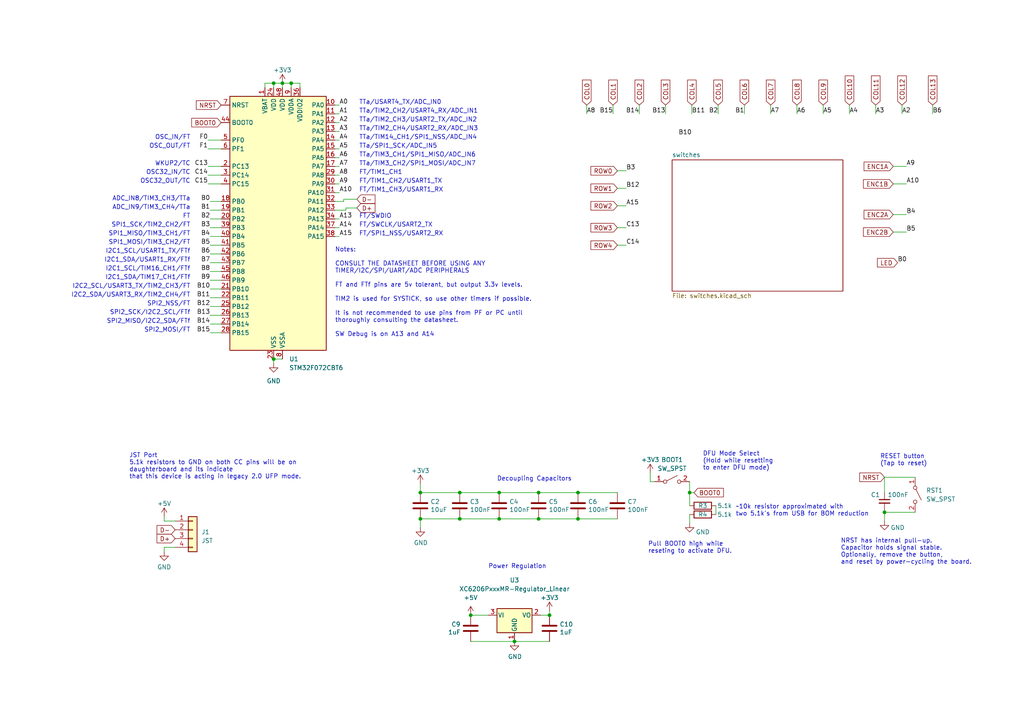
<source format=kicad_sch>
(kicad_sch (version 20231120) (generator "eeschema") (generator_version "8.0")
  (paper "A4")
  (lib_symbols
    (symbol "+5V_1" (power) (pin_names (offset 0))
      (property "Value" "+5V_1" (at 0 3.556 0))
      (symbol "+5V_1_0_1"
        (polyline (pts (xy -0.762 1.27) (xy 0 2.54)))
        (polyline (pts (xy 0 0) (xy 0 2.54)))
        (polyline (pts (xy 0 2.54) (xy 0.762 1.27)))
      )
      (symbol "+5V_1_1_1"
        (pin power_in line (at 0 0 90) (length 0) hide (name "+5V") (number "1"))
      )
    )
    (symbol "+5V_2" (power) (pin_numbers hide) (pin_names (offset 0) hide)
      (property "Value" "+5V" (at 0 3.556 0))
      (symbol "+5V_2_0_1"
        (polyline (pts (xy -0.762 1.27) (xy 0 2.54)))
        (polyline (pts (xy 0 0) (xy 0 2.54)))
        (polyline (pts (xy 0 2.54) (xy 0.762 1.27)))
      )
      (symbol "+5V_2_1_1"
        (pin power_in line (at 0 0 90) (length 0) (name "~") (number "1"))
      )
    )
    (symbol "Connector_Generic:Conn_01x04" (pin_names (offset 1.016) hide)
      (property "Reference" "J" (at 0 5.08 0))
      (property "Value" "Conn_01x04" (at 0 -7.62 0))
      (symbol "Conn_01x04_1_1"
        (rectangle (start -1.27 -4.953) (end 0 -5.207) (stroke (width 0.1524)))
        (rectangle (start -1.27 -2.413) (end 0 -2.667) (stroke (width 0.1524)))
        (rectangle (start -1.27 0.127) (end 0 -0.127) (stroke (width 0.1524)))
        (rectangle (start -1.27 2.667) (end 0 2.413) (stroke (width 0.1524)))
        (rectangle (start -1.27 3.81) (end 1.27 -6.35) (stroke (width 0.254)) (fill (type background)))
        (pin passive line (at -5.08 2.54 0) (length 3.81) (name "Pin_1") (number "1"))
        (pin passive line (at -5.08 0 0) (length 3.81) (name "Pin_2") (number "2"))
        (pin passive line (at -5.08 -2.54 0) (length 3.81) (name "Pin_3") (number "3"))
        (pin passive line (at -5.08 -5.08 0) (length 3.81) (name "Pin_4") (number "4"))
      )
    )
    (symbol "Device:C" (pin_numbers hide) (pin_names (offset 0.254))
      (property "Reference" "C" (at 0.635 2.54 0))
      (property "Value" "C" (at 0.635 -2.54 0))
      (symbol "C_0_1"
        (polyline (pts (xy -2.032 -0.762) (xy 2.032 -0.762)) (stroke (width 0.508)))
        (polyline (pts (xy -2.032 0.762) (xy 2.032 0.762)) (stroke (width 0.508)))
      )
      (symbol "C_1_1"
        (pin passive line (at 0 3.81 270) (length 2.794) (name "~") (number "1"))
        (pin passive line (at 0 -3.81 90) (length 2.794) (name "~") (number "2"))
      )
    )
    (symbol "Device:C_Small" (pin_numbers hide) (pin_names (offset 0.254) hide)
      (property "Reference" "C" (at 0.254 1.778 0))
      (property "Value" "C_Small" (at 0.254 -2.032 0))
      (symbol "C_Small_0_1"
        (polyline (pts (xy -1.524 -0.508) (xy 1.524 -0.508)) (stroke (width 0.3302)))
        (polyline (pts (xy -1.524 0.508) (xy 1.524 0.508)) (stroke (width 0.3048)))
      )
      (symbol "C_Small_1_1"
        (pin passive line (at 0 2.54 270) (length 2.032) (name "~") (number "1"))
        (pin passive line (at 0 -2.54 90) (length 2.032) (name "~") (number "2"))
      )
    )
    (symbol "Device:R" (pin_numbers hide) (pin_names (offset 0))
      (property "Reference" "R" (at 2.032 0 90))
      (property "Value" "R" (at 0 0 90))
      (symbol "R_0_1"
        (rectangle (start -1.016 -2.54) (end 1.016 2.54) (stroke (width 0.254)))
      )
      (symbol "R_1_1"
        (pin passive line (at 0 3.81 270) (length 1.27) (name "~") (number "1"))
        (pin passive line (at 0 -3.81 90) (length 1.27) (name "~") (number "2"))
      )
    )
    (symbol "Device:R_Small" (pin_numbers hide) (pin_names (offset 0.254) hide)
      (property "Reference" "R" (at 0.762 0.508 0))
      (property "Value" "R_Small" (at 0.762 -1.016 0))
      (symbol "R_Small_0_1"
        (rectangle (start -0.762 1.778) (end 0.762 -1.778) (stroke (width 0.2032)))
      )
      (symbol "R_Small_1_1"
        (pin passive line (at 0 2.54 270) (length 0.762) (name "~") (number "1"))
        (pin passive line (at 0 -2.54 90) (length 0.762) (name "~") (number "2"))
      )
    )
    (symbol "GND_1" (power) (pin_numbers hide) (pin_names (offset 0) hide)
      (property "Value" "GND" (at 0 -3.81 0))
      (symbol "GND_1_0_1"
        (polyline (pts (xy 0 0) (xy 0 -1.27) (xy 1.27 -1.27) (xy 0 -2.54) (xy -1.27 -1.27) (xy 0 -1.27)))
      )
      (symbol "GND_1_1_1"
        (pin power_in line (at 0 0 270) (length 0) (name "~") (number "1"))
      )
    )
    (symbol "MCU_ST_STM32F0:STM32F072CBTx"
      (property "Reference" "U" (at -12.7 39.37 0))
      (property "Value" "STM32F072CBTx" (at 10.16 39.37 0))
      (symbol "STM32F072CBTx_0_1"
        (rectangle (start -12.7 -35.56) (end 15.24 38.1) (stroke (width 0.254)) (fill (type background)))
      )
      (symbol "STM32F072CBTx_1_1"
        (pin power_in line (at -2.54 40.64 270) (length 2.54) (name "VBAT") (number "1"))
        (pin bidirectional line (at 17.78 35.56 180) (length 2.54) (name "PA0") (number "10"))
        (pin bidirectional line (at 17.78 33.02 180) (length 2.54) (name "PA1") (number "11"))
        (pin bidirectional line (at 17.78 30.48 180) (length 2.54) (name "PA2") (number "12"))
        (pin bidirectional line (at 17.78 27.94 180) (length 2.54) (name "PA3") (number "13"))
        (pin bidirectional line (at 17.78 25.4 180) (length 2.54) (name "PA4") (number "14"))
        (pin bidirectional line (at 17.78 22.86 180) (length 2.54) (name "PA5") (number "15"))
        (pin bidirectional line (at 17.78 20.32 180) (length 2.54) (name "PA6") (number "16"))
        (pin bidirectional line (at 17.78 17.78 180) (length 2.54) (name "PA7") (number "17"))
        (pin bidirectional line (at -15.24 7.62 0) (length 2.54) (name "PB0") (number "18"))
        (pin bidirectional line (at -15.24 5.08 0) (length 2.54) (name "PB1") (number "19"))
        (pin bidirectional line (at -15.24 17.78 0) (length 2.54) (name "PC13") (number "2"))
        (pin bidirectional line (at -15.24 2.54 0) (length 2.54) (name "PB2") (number "20"))
        (pin bidirectional line (at -15.24 -17.78 0) (length 2.54) (name "PB10") (number "21"))
        (pin bidirectional line (at -15.24 -20.32 0) (length 2.54) (name "PB11") (number "22"))
        (pin power_in line (at 0 -38.1 90) (length 2.54) (name "VSS") (number "23"))
        (pin power_in line (at 0 40.64 270) (length 2.54) (name "VDD") (number "24"))
        (pin bidirectional line (at -15.24 -22.86 0) (length 2.54) (name "PB12") (number "25"))
        (pin bidirectional line (at -15.24 -25.4 0) (length 2.54) (name "PB13") (number "26"))
        (pin bidirectional line (at -15.24 -27.94 0) (length 2.54) (name "PB14") (number "27"))
        (pin bidirectional line (at -15.24 -30.48 0) (length 2.54) (name "PB15") (number "28"))
        (pin bidirectional line (at 17.78 15.24 180) (length 2.54) (name "PA8") (number "29"))
        (pin bidirectional line (at -15.24 15.24 0) (length 2.54) (name "PC14") (number "3"))
        (pin bidirectional line (at 17.78 12.7 180) (length 2.54) (name "PA9") (number "30"))
        (pin bidirectional line (at 17.78 10.16 180) (length 2.54) (name "PA10") (number "31"))
        (pin bidirectional line (at 17.78 7.62 180) (length 2.54) (name "PA11") (number "32"))
        (pin bidirectional line (at 17.78 5.08 180) (length 2.54) (name "PA12") (number "33"))
        (pin bidirectional line (at 17.78 2.54 180) (length 2.54) (name "PA13") (number "34"))
        (pin passive line (at 0 -38.1 90) (length 2.54) hide (name "VSS") (number "35"))
        (pin power_in line (at 7.62 40.64 270) (length 2.54) (name "VDDIO2") (number "36"))
        (pin bidirectional line (at 17.78 0 180) (length 2.54) (name "PA14") (number "37"))
        (pin bidirectional line (at 17.78 -2.54 180) (length 2.54) (name "PA15") (number "38"))
        (pin bidirectional line (at -15.24 0 0) (length 2.54) (name "PB3") (number "39"))
        (pin bidirectional line (at -15.24 12.7 0) (length 2.54) (name "PC15") (number "4"))
        (pin bidirectional line (at -15.24 -2.54 0) (length 2.54) (name "PB4") (number "40"))
        (pin bidirectional line (at -15.24 -5.08 0) (length 2.54) (name "PB5") (number "41"))
        (pin bidirectional line (at -15.24 -7.62 0) (length 2.54) (name "PB6") (number "42"))
        (pin bidirectional line (at -15.24 -10.16 0) (length 2.54) (name "PB7") (number "43"))
        (pin input line (at -15.24 30.48 0) (length 2.54) (name "BOOT0") (number "44"))
        (pin bidirectional line (at -15.24 -12.7 0) (length 2.54) (name "PB8") (number "45"))
        (pin bidirectional line (at -15.24 -15.24 0) (length 2.54) (name "PB9") (number "46"))
        (pin passive line (at 0 -38.1 90) (length 2.54) hide (name "VSS") (number "47"))
        (pin power_in line (at 2.54 40.64 270) (length 2.54) (name "VDD") (number "48"))
        (pin bidirectional line (at -15.24 25.4 0) (length 2.54) (name "PF0") (number "5"))
        (pin bidirectional line (at -15.24 22.86 0) (length 2.54) (name "PF1") (number "6"))
        (pin input line (at -15.24 35.56 0) (length 2.54) (name "NRST") (number "7"))
        (pin power_in line (at 2.54 -38.1 90) (length 2.54) (name "VSSA") (number "8"))
        (pin power_in line (at 5.08 40.64 270) (length 2.54) (name "VDDA") (number "9"))
      )
    )
    (symbol "PCM_marbastlib-mx:MX_SK6812MINI-E"
      (property "Reference" "LED" (at 3.175 6.35 0))
      (property "Value" "MX_SK6812MINI-E" (at 10.16 -6.985 0))
      (symbol "MX_SK6812MINI-E_0_0"
        (text "RGB" (at 2.286 -4.191 0) (effects (font (size 0.762 0.762))))
      )
      (symbol "MX_SK6812MINI-E_0_1"
        (rectangle (start -5.08 5.08) (end 5.08 -5.08) (stroke (width 0.254)) (fill (type background)))
        (polyline (pts (xy 1.27 -3.556) (xy 1.778 -3.556)))
        (polyline (pts (xy 1.27 -2.54) (xy 1.778 -2.54)))
        (polyline (pts (xy 4.699 -3.556) (xy 2.667 -3.556)))
        (polyline (pts (xy 2.286 -2.54) (xy 1.27 -3.556) (xy 1.27 -3.048)))
        (polyline (pts (xy 2.286 -1.524) (xy 1.27 -2.54) (xy 1.27 -2.032)))
        (polyline (pts (xy 3.683 -1.016) (xy 3.683 -3.556) (xy 3.683 -4.064)))
        (polyline (pts (xy 4.699 -1.524) (xy 2.667 -1.524) (xy 3.683 -3.556) (xy 4.699 -1.524)))
      )
      (symbol "MX_SK6812MINI-E_1_1"
        (pin power_in line (at 0 7.62 270) (length 2.54) (name "VDD") (number "1"))
        (pin output line (at 7.62 0 180) (length 2.54) (name "DOUT") (number "2"))
        (pin input line (at -7.62 0 0) (length 2.54) (name "DIN") (number "3"))
        (pin power_in line (at 0 -7.62 90) (length 2.54) (name "VSS") (number "4"))
      )
    )
    (symbol "Switch:SW_SPST" (pin_names (offset 0) hide)
      (property "Reference" "SW" (at 0 3.175 0))
      (property "Value" "SW_SPST" (at 0 -2.54 0))
      (symbol "SW_SPST_0_0"
        (circle (center -2.032 0) (radius 0.508))
        (polyline (pts (xy -1.524 0.254) (xy 1.524 1.778)))
        (circle (center 2.032 0) (radius 0.508))
      )
      (symbol "SW_SPST_1_1"
        (pin passive line (at -5.08 0 0) (length 2.54) (name "A") (number "1"))
        (pin passive line (at 5.08 0 180) (length 2.54) (name "B") (number "2"))
      )
    )
    (symbol "kicad-keyboard-parts:XC6206PxxxMR-Regulator_Linear" (pin_names (offset 0.254))
      (property "Reference" "U" (at -3.81 3.175 0))
      (property "Value" "XC6206PxxxMR-Regulator_Linear" (at 0 3.175 0))
      (property "LCSC" "C5446" (at 0 0 0))
      (symbol "XC6206PxxxMR-Regulator_Linear_0_1"
        (rectangle (start -5.08 1.905) (end 5.08 -5.08) (stroke (width 0.254)) (fill (type background)))
      )
      (symbol "XC6206PxxxMR-Regulator_Linear_1_1"
        (pin power_in line (at 0 -7.62 90) (length 2.54) (name "GND") (number "1"))
        (pin power_out line (at 7.62 0 180) (length 2.54) (name "VO") (number "2"))
        (pin power_in line (at -7.62 0 0) (length 2.54) (name "VI") (number "3"))
      )
    )
    (symbol "power:+3V3" (power) (pin_names (offset 0))
      (property "Value" "+3V3" (at 0 3.556 0))
      (symbol "+3V3_0_1"
        (polyline (pts (xy -0.762 1.27) (xy 0 2.54)))
        (polyline (pts (xy 0 0) (xy 0 2.54)))
        (polyline (pts (xy 0 2.54) (xy 0.762 1.27)))
      )
      (symbol "+3V3_1_1"
        (pin power_in line (at 0 0 90) (length 0) hide (name "+3V3") (number "1"))
      )
    )
    (symbol "power:+5V" (power) (pin_names (offset 0))
      (property "Value" "+5V" (at 0 3.556 0))
      (symbol "+5V_0_1"
        (polyline (pts (xy -0.762 1.27) (xy 0 2.54)))
        (polyline (pts (xy 0 0) (xy 0 2.54)))
        (polyline (pts (xy 0 2.54) (xy 0.762 1.27)))
      )
      (symbol "+5V_1_1"
        (pin power_in line (at 0 0 90) (length 0) hide (name "+5V") (number "1"))
      )
    )
    (symbol "power:GND" (power) (pin_names (offset 0))
      (property "Value" "GND" (at 0 -3.81 0))
      (symbol "GND_0_1"
        (polyline (pts (xy 0 0) (xy 0 -1.27) (xy 1.27 -1.27) (xy 0 -2.54) (xy -1.27 -1.27) (xy 0 -1.27)))
      )
      (symbol "GND_1_1"
        (pin power_in line (at 0 0 270) (length 0) hide (name "GND") (number "1"))
      )
    )
  )
  (junction (at 369.57 111.76))
  (junction (at 369.57 106.68))
  (junction (at 200.025 142.875))
  (junction (at 353.06 106.68))
  (junction (at 443.23 53.34))
  (junction (at 81.915 24.13))
  (junction (at 354.33 53.34))
  (junction (at 331.47 45.72))
  (junction (at 336.55 106.68))
  (junction (at 398.78 38.1))
  (junction (at 464.82 53.34))
  (junction (at 487.68 53.34))
  (junction (at 398.78 53.34))
  (junction (at 159.385 178.435))
  (junction (at 375.92 38.1))
  (junction (at 79.375 24.13))
  (junction (at 411.48 111.76))
  (junction (at 420.37 53.34))
  (junction (at 361.95 106.68))
  (junction (at 420.37 38.1))
  (junction (at 156.21 150.495))
  (junction (at 552.45 53.34))
  (junction (at 552.45 38.1))
  (junction (at 136.525 178.435))
  (junction (at 509.27 53.34))
  (junction (at 336.55 111.76))
  (junction (at 156.21 142.875))
  (junction (at 487.68 38.1))
  (junction (at 572.77 53.34))
  (junction (at 443.23 38.1))
  (junction (at 121.92 150.495))
  (junction (at 149.225 186.055) (diameter 0.9144))
  (junction (at 419.1 106.68))
  (junction (at 256.54 148.59))
  (junction (at 121.92 142.875))
  (junction (at 79.375 104.14))
  (junction (at 386.08 106.68))
  (junction (at 464.82 38.1))
  (junction (at 532.13 38.1))
  (junction (at 345.44 106.68))
  (junction (at 144.78 150.495))
  (junction (at 133.35 150.495))
  (junction (at 572.77 38.1))
  (junction (at 345.44 111.76))
  (junction (at 167.64 150.495))
  (junction (at 167.64 142.875))
  (junction (at 402.59 106.68))
  (junction (at 419.1 111.76))
  (junction (at 386.08 111.76))
  (junction (at 378.46 111.76))
  (junction (at 394.97 106.68))
  (junction (at 144.78 142.875))
  (junction (at 411.48 106.68))
  (junction (at 354.33 38.1))
  (junction (at 353.06 111.76))
  (junction (at 394.97 111.76))
  (junction (at 361.95 111.76))
  (junction (at 509.27 38.1))
  (junction (at 402.59 111.76))
  (junction (at 378.46 106.68))
  (junction (at 532.13 53.34))
  (junction (at 375.92 53.34))
  (junction (at 133.35 142.875))
  (junction (at 84.455 24.13))
  (wire (pts (xy 185.42 30.48) (xy 185.42 33.02)))
  (wire (pts (xy 330.2 111.76) (xy 336.55 111.76)))
  (wire (pts (xy 167.64 150.495) (xy 179.07 150.495)))
  (wire (pts (xy 532.13 38.1) (xy 552.45 38.1)))
  (wire (pts (xy 331.47 44.45) (xy 331.47 45.72)))
  (wire (pts (xy 375.92 38.1) (xy 398.78 38.1)))
  (wire (pts (xy 419.1 111.76) (xy 427.99 111.76)))
  (wire (pts (xy 60.96 76.2) (xy 64.135 76.2)))
  (wire (pts (xy 386.08 106.68) (xy 394.97 106.68)))
  (wire (pts (xy 539.75 45.72) (xy 544.83 45.72)))
  (wire (pts (xy 98.425 40.64) (xy 97.155 40.64)))
  (wire (pts (xy 238.76 30.48) (xy 238.76 33.02)))
  (wire (pts (xy 427.99 45.72) (xy 435.61 45.72)))
  (wire (pts (xy 378.46 111.76) (xy 386.08 111.76)))
  (wire (pts (xy 60.96 60.96) (xy 64.135 60.96)))
  (wire (pts (xy 86.995 24.13) (xy 86.995 25.4)))
  (wire (pts (xy 369.57 106.68) (xy 378.46 106.68)))
  (wire (pts (xy 495.3 45.72) (xy 501.65 45.72)))
  (wire (pts (xy 346.71 45.72) (xy 331.47 45.72)))
  (wire (pts (xy 98.425 53.34) (xy 97.155 53.34)))
  (wire (pts (xy 516.89 45.72) (xy 524.51 45.72)))
  (wire (pts (xy 215.9 30.48) (xy 215.9 33.02)))
  (wire (pts (xy 144.78 150.495) (xy 133.35 150.495)))
  (wire (pts (xy 354.33 53.34) (xy 375.92 53.34)))
  (wire (pts (xy 179.07 66.04) (xy 181.61 66.04)))
  (wire (pts (xy 98.425 48.26) (xy 97.155 48.26)))
  (wire (pts (xy 189.865 139.7) (xy 188.595 139.7)))
  (wire (pts (xy 398.78 53.34) (xy 420.37 53.34)))
  (wire (pts (xy 84.455 24.13) (xy 84.455 25.4)))
  (wire (pts (xy 98.425 35.56) (xy 97.155 35.56)))
  (wire (pts (xy 144.78 142.875) (xy 133.35 142.875)))
  (wire (pts (xy 60.96 63.5) (xy 64.135 63.5)))
  (wire (pts (xy 472.44 45.72) (xy 480.06 45.72)))
  (wire (pts (xy 84.455 24.13) (xy 86.995 24.13)))
  (wire (pts (xy 200.025 142.875) (xy 201.295 142.875)))
  (wire (pts (xy 60.96 78.74) (xy 64.135 78.74)))
  (wire (pts (xy 79.375 24.13) (xy 79.375 25.4)))
  (wire (pts (xy 394.97 111.76) (xy 402.59 111.76)))
  (wire (pts (xy 336.55 106.68) (xy 345.44 106.68)))
  (wire (pts (xy 353.06 111.76) (xy 361.95 111.76)))
  (wire (pts (xy 149.225 186.055) (xy 159.385 186.055)))
  (wire (pts (xy 509.27 53.34) (xy 532.13 53.34)))
  (wire (pts (xy 60.96 93.98) (xy 64.135 93.98)))
  (wire (pts (xy 79.375 105.41) (xy 79.375 104.14)))
  (wire (pts (xy 60.96 83.82) (xy 64.135 83.82)))
  (wire (pts (xy 208.28 30.48) (xy 208.28 33.02)))
  (wire (pts (xy 98.425 38.1) (xy 97.155 38.1)))
  (wire (pts (xy 256.54 151.13) (xy 256.54 148.59)))
  (wire (pts (xy 560.07 45.72) (xy 565.15 45.72)))
  (wire (pts (xy 420.37 53.34) (xy 443.23 53.34)))
  (wire (pts (xy 60.96 73.66) (xy 64.135 73.66)))
  (wire (pts (xy 136.525 178.435) (xy 141.605 178.435)))
  (wire (pts (xy 207.645 146.685) (xy 207.645 149.225)))
  (wire (pts (xy 156.21 142.875) (xy 167.64 142.875)))
  (wire (pts (xy 98.425 63.5) (xy 97.155 63.5)))
  (wire (pts (xy 60.96 71.12) (xy 64.135 71.12)))
  (wire (pts (xy 419.1 106.68) (xy 427.99 106.68)))
  (wire (pts (xy 50.8 158.75) (xy 47.625 158.75)))
  (wire (pts (xy 188.595 139.7) (xy 188.595 137.16)))
  (wire (pts (xy 100.33 60.325) (xy 100.33 60.96)))
  (wire (pts (xy 60.96 66.04) (xy 64.135 66.04)))
  (wire (pts (xy 76.835 24.13) (xy 76.835 25.4)))
  (wire (pts (xy 179.07 71.12) (xy 181.61 71.12)))
  (wire (pts (xy 406.4 45.72) (xy 412.75 45.72)))
  (wire (pts (xy 402.59 111.76) (xy 411.48 111.76)))
  (wire (pts (xy 98.425 43.18) (xy 97.155 43.18)))
  (wire (pts (xy 60.96 91.44) (xy 64.135 91.44)))
  (wire (pts (xy 450.85 45.72) (xy 457.2 45.72)))
  (wire (pts (xy 443.23 53.34) (xy 464.82 53.34)))
  (wire (pts (xy 177.8 30.48) (xy 177.8 33.02)))
  (wire (pts (xy 580.39 45.72) (xy 585.47 45.72)))
  (wire (pts (xy 50.8 151.13) (xy 47.625 151.13)))
  (wire (pts (xy 345.44 106.68) (xy 353.06 106.68)))
  (wire (pts (xy 256.54 138.43) (xy 265.43 138.43)))
  (wire (pts (xy 156.845 178.435) (xy 159.385 178.435)))
  (wire (pts (xy 144.78 142.875) (xy 156.21 142.875)))
  (wire (pts (xy 98.425 45.72) (xy 97.155 45.72)))
  (wire (pts (xy 200.025 139.7) (xy 200.025 142.875)))
  (wire (pts (xy 84.455 24.13) (xy 81.915 24.13)))
  (wire (pts (xy 60.96 58.42) (xy 64.135 58.42)))
  (wire (pts (xy 336.55 111.76) (xy 345.44 111.76)))
  (wire (pts (xy 572.77 38.1) (xy 593.09 38.1)))
  (wire (pts (xy 256.54 138.43) (xy 256.54 142.875)))
  (wire (pts (xy 98.425 55.88) (xy 97.155 55.88)))
  (wire (pts (xy 261.62 30.48) (xy 261.62 33.02)))
  (wire (pts (xy 342.9 53.34) (xy 354.33 53.34)))
  (wire (pts (xy 60.96 86.36) (xy 64.135 86.36)))
  (wire (pts (xy 254 30.48) (xy 254 33.02)))
  (wire (pts (xy 223.52 30.48) (xy 223.52 33.02)))
  (wire (pts (xy 331.47 45.72) (xy 317.5 45.72)))
  (wire (pts (xy 100.33 60.96) (xy 97.155 60.96)))
  (wire (pts (xy 121.92 153.035) (xy 121.92 150.495)))
  (wire (pts (xy 411.48 111.76) (xy 419.1 111.76)))
  (wire (pts (xy 259.08 48.26) (xy 262.89 48.26)))
  (wire (pts (xy 532.13 53.34) (xy 552.45 53.34)))
  (wire (pts (xy 464.82 53.34) (xy 487.68 53.34)))
  (wire (pts (xy 552.45 38.1) (xy 572.77 38.1)))
  (wire (pts (xy 60.325 48.26) (xy 64.135 48.26)))
  (wire (pts (xy 60.325 50.8) (xy 64.135 50.8)))
  (wire (pts (xy 509.27 38.1) (xy 532.13 38.1)))
  (wire (pts (xy 79.375 104.14) (xy 81.915 104.14)))
  (wire (pts (xy 167.64 142.875) (xy 179.07 142.875)))
  (wire (pts (xy 121.92 140.335) (xy 121.92 142.875)))
  (wire (pts (xy 331.47 35.56) (xy 331.47 39.37)))
  (wire (pts (xy 60.96 96.52) (xy 64.135 96.52)))
  (wire (pts (xy 552.45 53.34) (xy 572.77 53.34)))
  (wire (pts (xy 193.04 30.48) (xy 193.04 33.02)))
  (wire (pts (xy 170.18 30.48) (xy 170.18 33.02)))
  (wire (pts (xy 256.54 148.59) (xy 256.54 147.955)))
  (wire (pts (xy 270.51 30.48) (xy 270.51 33.02)))
  (wire (pts (xy 79.375 24.13) (xy 81.915 24.13)))
  (wire (pts (xy 256.54 148.59) (xy 265.43 148.59)))
  (wire (pts (xy 342.9 38.1) (xy 354.33 38.1)))
  (wire (pts (xy 386.08 111.76) (xy 394.97 111.76)))
  (wire (pts (xy 200.025 149.225) (xy 200.025 151.765)))
  (wire (pts (xy 60.325 40.64) (xy 64.135 40.64)))
  (wire (pts (xy 231.14 30.48) (xy 231.14 33.02)))
  (wire (pts (xy 394.97 106.68) (xy 402.59 106.68)))
  (wire (pts (xy 60.96 88.9) (xy 64.135 88.9)))
  (wire (pts (xy 345.44 111.76) (xy 353.06 111.76)))
  (wire (pts (xy 60.96 81.28) (xy 64.135 81.28)))
  (wire (pts (xy 47.625 151.13) (xy 47.625 149.86)))
  (wire (pts (xy 47.625 158.75) (xy 47.625 160.02)))
  (wire (pts (xy 398.78 38.1) (xy 420.37 38.1)))
  (wire (pts (xy 76.835 24.13) (xy 79.375 24.13)))
  (wire (pts (xy 572.77 53.34) (xy 593.09 53.34)))
  (wire (pts (xy 361.95 111.76) (xy 369.57 111.76)))
  (wire (pts (xy 60.96 68.58) (xy 64.135 68.58)))
  (wire (pts (xy 200.025 142.875) (xy 200.025 146.685)))
  (wire (pts (xy 411.48 106.68) (xy 419.1 106.68)))
  (wire (pts (xy 259.08 62.23) (xy 262.89 62.23)))
  (wire (pts (xy 246.38 30.48) (xy 246.38 33.02)))
  (wire (pts (xy 99.695 57.785) (xy 99.695 58.42)))
  (wire (pts (xy 487.68 38.1) (xy 509.27 38.1)))
  (wire (pts (xy 103.505 60.325) (xy 100.33 60.325)))
  (wire (pts (xy 487.68 53.34) (xy 509.27 53.34)))
  (wire (pts (xy 98.425 50.8) (xy 97.155 50.8)))
  (wire (pts (xy 98.425 33.02) (xy 97.155 33.02)))
  (wire (pts (xy 98.425 66.04) (xy 97.155 66.04)))
  (wire (pts (xy 133.35 150.495) (xy 121.92 150.495)))
  (wire (pts (xy 159.385 177.165) (xy 159.385 178.435)))
  (wire (pts (xy 443.23 38.1) (xy 464.82 38.1)))
  (wire (pts (xy 259.08 67.31) (xy 262.89 67.31)))
  (wire (pts (xy 375.92 53.34) (xy 398.78 53.34)))
  (wire (pts (xy 353.06 106.68) (xy 361.95 106.68)))
  (wire (pts (xy 99.695 58.42) (xy 97.155 58.42)))
  (wire (pts (xy 369.57 111.76) (xy 378.46 111.76)))
  (wire (pts (xy 60.325 43.18) (xy 64.135 43.18)))
  (wire (pts (xy 361.95 45.72) (xy 368.3 45.72)))
  (wire (pts (xy 179.07 59.69) (xy 181.61 59.69)))
  (wire (pts (xy 103.505 57.785) (xy 99.695 57.785)))
  (wire (pts (xy 179.07 54.61) (xy 181.61 54.61)))
  (wire (pts (xy 149.225 186.055) (xy 136.525 186.055)))
  (wire (pts (xy 179.07 49.53) (xy 181.61 49.53)))
  (wire (pts (xy 259.08 53.34) (xy 262.89 53.34)))
  (wire (pts (xy 378.46 106.68) (xy 386.08 106.68)))
  (wire (pts (xy 98.425 30.48) (xy 97.155 30.48)))
  (wire (pts (xy 98.425 68.58) (xy 97.155 68.58)))
  (wire (pts (xy 81.915 24.13) (xy 81.915 25.4)))
  (wire (pts (xy 133.35 142.875) (xy 121.92 142.875)))
  (wire (pts (xy 402.59 106.68) (xy 411.48 106.68)))
  (wire (pts (xy 383.54 45.72) (xy 391.16 45.72)))
  (wire (pts (xy 361.95 106.68) (xy 369.57 106.68)))
  (wire (pts (xy 144.78 150.495) (xy 156.21 150.495)))
  (wire (pts (xy 330.2 106.68) (xy 336.55 106.68)))
  (wire (pts (xy 354.33 38.1) (xy 375.92 38.1)))
  (wire (pts (xy 464.82 38.1) (xy 487.68 38.1)))
  (wire (pts (xy 156.21 150.495) (xy 167.64 150.495)))
  (wire (pts (xy 420.37 38.1) (xy 443.23 38.1)))
  (wire (pts (xy 60.325 53.34) (xy 64.135 53.34)))
  (wire (pts (xy 200.66 30.48) (xy 200.66 33.02)))
  (text "SPI1_SCK/TIM2_CH2/FT" (at 55.245 66.04 0) (effects (font (size 1.27 1.27)) (justify right bottom)))
  (text "FT/TIM1_CH1" (at 104.14 50.8 0) (effects (font (size 1.27 1.27)) (justify left bottom)))
  (text "FT/TIM1_CH3/USART1_RX" (at 104.14 55.88 0) (effects (font (size 1.27 1.27)) (justify left bottom)))
  (text "SPI2_NSS/FT" (at 55.245 88.9 0) (effects (font (size 1.27 1.27)) (justify right bottom)))
  (text "Notes:\n\nCONSULT THE DATASHEET BEFORE USING ANY \nTIMER/I2C/SPI/UART/ADC PERIPHERALS\n\nFT and FTf pins are 5v tolerant, but output 3.3v levels.\n\nTIM2 is used for SYSTICK, so use other timers if possible.\n\nIt is not recommended to use pins from PF or PC until\nthoroughly consulting the datasheet.\n\nSW Debug is on A13 and A14" (at 97.155 97.79 0) (effects (font (size 1.27 1.27)) (justify left bottom)))
  (text "TTa/TIM2_CH4/USART2_RX/ADC_IN3" (at 104.14 38.1 0) (effects (font (size 1.27 1.27)) (justify left bottom)))
  (text "NRST has internal pull-up.\nCapacitor holds signal stable.\nOptionally, remove the button,\nand reset by power-cycling the board." (at 243.84 163.83 0) (effects (font (size 1.27 1.27)) (justify left bottom)))
  (text "FT/SWDIO" (at 104.14 63.5 0) (effects (font (size 1.27 1.27)) (justify left bottom)))
  (text "Decoupling Capacitors" (at 144.145 139.7 0) (effects (font (size 1.27 1.27)) (justify left bottom)))
  (text "SPI1_MOSI/TIM3_CH2/FT" (at 55.245 71.12 0) (effects (font (size 1.27 1.27)) (justify right bottom)))
  (text "ADC_IN9/TIM3_CH4/TTa" (at 55.245 60.96 0) (effects (font (size 1.27 1.27)) (justify right bottom)))
  (text "I2C2_SCL/USART3_TX/TIM2_CH3/FT" (at 55.245 83.82 0) (effects (font (size 1.27 1.27)) (justify right bottom)))
  (text "SPI2_MISO/I2C2_SDA/FTf" (at 55.245 93.98 0) (effects (font (size 1.27 1.27)) (justify right bottom)))
  (text "FT/SWCLK/USART2_TX" (at 104.14 66.04 0) (effects (font (size 1.27 1.27)) (justify left bottom)))
  (text "I2C1_SCL/TIM16_CH1/FTf" (at 55.245 78.74 0) (effects (font (size 1.27 1.27)) (justify right bottom)))
  (text "~10k resistor approximated with\ntwo 5.1k's from USB for BOM reduction" (at 213.36 149.86 0) (effects (font (size 1.27 1.27)) (justify left bottom)))
  (text "TTa/TIM2_CH2/USART4_RX/ADC_IN1" (at 104.14 33.02 0) (effects (font (size 1.27 1.27)) (justify left bottom)))
  (text "JST Port\n5.1k resistors to GND on both CC pins will be on\ndaughterboard and its indicate\nthat this device is acting in legacy 2.0 UFP mode." (at 37.465 139.065 0) (effects (font (size 1.27 1.27)) (justify left bottom)))
  (text "TTa/TIM2_CH3/USART2_TX/ADC_IN2" (at 104.14 35.56 0) (effects (font (size 1.27 1.27)) (justify left bottom)))
  (text "OSC_IN/FT" (at 55.245 40.64 0) (effects (font (size 1.27 1.27)) (justify right bottom)))
  (text "DFU Mode Select\n(Hold while resetting\nto enter DFU mode)" (at 203.835 136.525 0) (effects (font (size 1.27 1.27)) (justify left bottom)))
  (text "WKUP2/TC" (at 55.245 48.26 0) (effects (font (size 1.27 1.27)) (justify right bottom)))
  (text "I2C2_SDA/USART3_RX/TIM2_CH4/FT" (at 55.245 86.36 0) (effects (font (size 1.27 1.27)) (justify right bottom)))
  (text "ADC_IN8/TIM3_CH3/TTa" (at 55.245 58.42 0) (effects (font (size 1.27 1.27)) (justify right bottom)))
  (text "RESET button\n(Tap to reset)" (at 255.27 135.255 0) (effects (font (size 1.27 1.27)) (justify left bottom)))
  (text "Pull BOOT0 high while \nreseting to activate DFU." (at 187.96 160.655 0) (effects (font (size 1.27 1.27)) (justify left bottom)))
  (text "I2C1_SDA/TIM17_CH1/FTf" (at 55.245 81.28 0) (effects (font (size 1.27 1.27)) (justify right bottom)))
  (text "TTa/SPI1_SCK/ADC_IN5" (at 104.14 43.18 0) (effects (font (size 1.27 1.27)) (justify left bottom)))
  (text "TTa/TIM3_CH1/SPI1_MISO/ADC_IN6" (at 104.14 45.72 0) (effects (font (size 1.27 1.27)) (justify left bottom)))
  (text "TTa/TIM3_CH2/SPI1_MOSI/ADC_IN7" (at 104.14 48.26 0) (effects (font (size 1.27 1.27)) (justify left bottom)))
  (text "OSC32_OUT/TC" (at 55.245 53.34 0) (effects (font (size 1.27 1.27)) (justify right bottom)))
  (text "FT/SPI1_NSS/USART2_RX" (at 104.14 68.58 0) (effects (font (size 1.27 1.27)) (justify left bottom)))
  (text "SPI1_MISO/TIM3_CH1/FT" (at 55.245 68.58 0) (effects (font (size 1.27 1.27)) (justify right bottom)))
  (text "OSC32_IN/TC" (at 55.245 50.8 0) (effects (font (size 1.27 1.27)) (justify right bottom)))
  (text "TTa/TIM14_CH1/SPI1_NSS/ADC_IN4" (at 104.14 40.64 0) (effects (font (size 1.27 1.27)) (justify left bottom)))
  (text "I2C1_SDA/USART1_RX/FTf" (at 55.245 76.2 0) (effects (font (size 1.27 1.27)) (justify right bottom)))
  (text "SPI2_MOSI/FT" (at 55.245 96.52 0) (effects (font (size 1.27 1.27)) (justify right bottom)))
  (text "FT/TIM1_CH2/USART1_TX" (at 104.14 53.34 0) (effects (font (size 1.27 1.27)) (justify left bottom)))
  (text "Power Regulation" (at 141.605 165.1 0) (effects (font (size 1.27 1.27)) (justify left bottom)))
  (text "SPI2_SCK/I2C2_SCL/FTf" (at 55.245 91.44 0) (effects (font (size 1.27 1.27)) (justify right bottom)))
  (text "OSC_OUT/FT" (at 55.245 43.18 0) (effects (font (size 1.27 1.27)) (justify right bottom)))
  (text "FT" (at 55.245 63.5 0) (effects (font (size 1.27 1.27)) (justify right bottom)))
  (text "TTa/USART4_TX/ADC_IN0" (at 104.14 30.48 0) (effects (font (size 1.27 1.27)) (justify left bottom)))
  (text "I2C1_SCL/USART1_TX/FTf" (at 55.245 73.66 0) (effects (font (size 1.27 1.27)) (justify right bottom)))
  (label "A1" (at 98.425 33.02 0))
  (label "B1" (at 215.9 33.02 180))
  (label "A3" (at 98.425 38.1 0))
  (label "A13" (at 98.425 63.5 0))
  (label "A10" (at 98.425 55.88 0))
  (label "B10" (at 200.66 39.37 180))
  (label "A7" (at 223.52 33.02 0))
  (label "B7" (at 60.96 76.2 180))
  (label "B13" (at 60.96 91.44 180))
  (label "A6" (at 98.425 45.72 0))
  (label "A5" (at 238.76 33.02 0))
  (label "B15" (at 177.8 33.02 180))
  (label "B1" (at 60.96 60.96 180))
  (label "B9" (at 60.96 81.28 180))
  (label "B14" (at 185.42 33.02 180))
  (label "B5" (at 60.96 71.12 180))
  (label "B14" (at 60.96 93.98 180))
  (label "A8" (at 98.425 50.8 0))
  (label "B0" (at 60.96 58.42 180))
  (label "A4" (at 246.38 33.02 0))
  (label "A9" (at 98.425 53.34 0))
  (label "B3" (at 181.61 49.53 0))
  (label "A2" (at 98.425 35.56 0))
  (label "B8" (at 60.96 78.74 180))
  (label "A9" (at 262.89 48.26 0))
  (label "C13" (at 181.61 66.04 0))
  (label "A8" (at 170.18 33.02 0))
  (label "A4" (at 98.425 40.64 0))
  (label "B12" (at 60.96 88.9 180))
  (label "C14" (at 181.61 71.12 0))
  (label "B4" (at 60.96 68.58 180))
  (label "C14" (at 60.325 50.8 180))
  (label "B12" (at 181.61 54.61 0))
  (label "B6" (at 60.96 73.66 180))
  (label "A6" (at 231.14 33.02 0))
  (label "B6" (at 270.51 33.02 0))
  (label "B15" (at 60.96 96.52 180))
  (label "A14" (at 98.425 66.04 0))
  (label "B11" (at 200.66 33.02 0))
  (label "A3" (at 254 33.02 0))
  (label "A10" (at 262.89 53.34 0))
  (label "A15" (at 181.61 59.69 0))
  (label "B10" (at 60.96 83.82 180))
  (label "B11" (at 60.96 86.36 180))
  (label "C15" (at 60.325 53.34 180))
  (label "B3" (at 60.96 66.04 180))
  (label "A0" (at 98.425 30.48 0))
  (label "B2" (at 60.96 63.5 180))
  (label "F1" (at 60.325 43.18 180))
  (label "B5" (at 262.89 67.31 0))
  (label "A2" (at 261.62 33.02 0))
  (label "B2" (at 208.28 33.02 180))
  (label "B4" (at 262.89 62.23 0))
  (label "A5" (at 98.425 43.18 0))
  (label "A7" (at 98.425 48.26 0))
  (label "B0" (at 260.35 76.2 0))
  (label "B13" (at 193.04 33.02 180))
  (label "C13" (at 60.325 48.26 180))
  (label "F0" (at 60.325 40.64 180))
  (label "A15" (at 98.425 68.58 0))
  (global_label "COL5" (shape input) (at 208.28 30.48 90) (property "Intersheetrefs" "${INTERSHEET_REFS}" (effects (hide yes))))
  (global_label "COL4" (shape input) (at 200.66 30.48 90) (property "Intersheetrefs" "${INTERSHEET_REFS}" (effects (hide yes))))
  (global_label "COL7" (shape input) (at 223.52 30.48 90) (property "Intersheetrefs" "${INTERSHEET_REFS}" (effects (hide yes))))
  (global_label "D+" (shape input) (at 50.8 156.21 180) (property "Intersheetrefs" "${INTERSHEET_REFS}" (effects (hide yes))))
  (global_label "COL8" (shape input) (at 231.14 30.48 90) (property "Intersheetrefs" "${INTERSHEET_REFS}" (effects (hide yes))))
  (global_label "D-" (shape input) (at 103.505 57.785 0) (property "Intersheetrefs" "${INTERSHEET_REFS}" (effects (hide yes))))
  (global_label "ENC1A" (shape input) (at 259.08 48.26 180) (property "Intersheetrefs" "${INTERSHEET_REFS}" (effects (hide yes))))
  (global_label "BOOT0" (shape input) (at 64.135 35.56 180) (property "Intersheetrefs" "${INTERSHEET_REFS}" (effects (hide yes))))
  (global_label "ROW3" (shape input) (at 179.07 66.04 180) (property "Intersheetrefs" "${INTERSHEET_REFS}" (effects (hide yes))))
  (global_label "COL9" (shape input) (at 238.76 30.48 90) (property "Intersheetrefs" "${INTERSHEET_REFS}" (effects (hide yes))))
  (global_label "D+" (shape input) (at 103.505 60.325 0) (property "Intersheetrefs" "${INTERSHEET_REFS}" (effects (hide yes))))
  (global_label "ENC1B" (shape input) (at 259.08 53.34 180) (property "Intersheetrefs" "${INTERSHEET_REFS}" (effects (hide yes))))
  (global_label "LED" (shape input) (at 317.5 45.72 180) (property "Intersheetrefs" "${INTERSHEET_REFS}" (effects (hide yes))))
  (global_label "COL3" (shape input) (at 193.04 30.48 90) (property "Intersheetrefs" "${INTERSHEET_REFS}" (effects (hide yes))))
  (global_label "ROW1" (shape input) (at 179.07 54.61 180) (property "Intersheetrefs" "${INTERSHEET_REFS}" (effects (hide yes))))
  (global_label "ROW0" (shape input) (at 179.07 49.53 180) (property "Intersheetrefs" "${INTERSHEET_REFS}" (effects (hide yes))))
  (global_label "COL6" (shape input) (at 215.9 30.48 90) (property "Intersheetrefs" "${INTERSHEET_REFS}" (effects (hide yes))))
  (global_label "COL0" (shape input) (at 170.18 30.48 90) (property "Intersheetrefs" "${INTERSHEET_REFS}" (effects (hide yes))))
  (global_label "ROW2" (shape input) (at 179.07 59.69 180) (property "Intersheetrefs" "${INTERSHEET_REFS}" (effects (hide yes))))
  (global_label "ENC2B" (shape input) (at 259.08 67.31 180) (property "Intersheetrefs" "${INTERSHEET_REFS}" (effects (hide yes))))
  (global_label "ENC2A" (shape input) (at 259.08 62.23 180) (property "Intersheetrefs" "${INTERSHEET_REFS}" (effects (hide yes))))
  (global_label "D-" (shape input) (at 50.8 153.67 180) (property "Intersheetrefs" "${INTERSHEET_REFS}" (effects (hide yes))))
  (global_label "NRST" (shape input) (at 256.54 138.43 180) (property "Intersheetrefs" "${INTERSHEET_REFS}" (effects (hide yes))))
  (global_label "NRST" (shape input) (at 64.135 30.48 180) (property "Intersheetrefs" "${INTERSHEET_REFS}" (effects (hide yes))))
  (global_label "COL12" (shape input) (at 261.62 30.48 90) (property "Intersheetrefs" "${INTERSHEET_REFS}" (effects (hide yes))))
  (global_label "BOOT0" (shape input) (at 201.295 142.875 0) (property "Intersheetrefs" "${INTERSHEET_REFS}" (effects (hide yes))))
  (global_label "ROW4" (shape input) (at 179.07 71.12 180) (property "Intersheetrefs" "${INTERSHEET_REFS}" (effects (hide yes))))
  (global_label "COL10" (shape input) (at 246.38 30.48 90) (property "Intersheetrefs" "${INTERSHEET_REFS}" (effects (hide yes))))
  (global_label "LED" (shape input) (at 260.35 76.2 180) (property "Intersheetrefs" "${INTERSHEET_REFS}" (effects (hide yes))))
  (global_label "COL11" (shape input) (at 254 30.48 90) (property "Intersheetrefs" "${INTERSHEET_REFS}" (effects (hide yes))))
  (global_label "COL2" (shape input) (at 185.42 30.48 90) (property "Intersheetrefs" "${INTERSHEET_REFS}" (effects (hide yes))))
  (global_label "COL13" (shape input) (at 270.51 30.48 90) (property "Intersheetrefs" "${INTERSHEET_REFS}" (effects (hide yes))))
  (global_label "COL1" (shape input) (at 177.8 30.48 90) (property "Intersheetrefs" "${INTERSHEET_REFS}" (effects (hide yes))))
  (symbol (lib_id "PCM_marbastlib-mx:MX_SK6812MINI-E") (at 420.37 45.72 0) (unit 1)
    (property "Reference" "LED4" (at 420.37 57.658 0))
    (property "Value" "MX_SK6812MINI-E" (at 420.37 60.198 0))
    (property "Footprint" "PCM_marbastlib-mx:LED_MX_6028R" (effects (hide yes)))
    (property "Description" "Reverse mount adressable LED (WS2812 protocol)" (effects (hide yes)))
  )
  (symbol (lib_id "power:+3V3") (at 81.915 24.13 0) (unit 1)
    (property "Reference" "#PWR01" (effects (hide yes)))
    (property "Value" "+3V3" (at 81.915 20.32 0))
  )
  (symbol (lib_id "Device:R") (at 203.835 146.685 90) (unit 1)
    (property "Reference" "R3" (at 203.835 146.685 90))
    (property "Value" "5.1k" (at 210.185 146.685 90))
    (property "Footprint" "Resistor_SMD:R_0402_1005Metric" (effects (hide yes)))
  )
  (symbol (lib_name "GND_1") (lib_id "power:GND") (at 342.9 53.34 0) (unit 1)
    (property "Reference" "#PWR016" (effects (hide yes)))
    (property "Value" "GND" (at 342.9 58.42 0))
    (property "Description" "Power symbol creates a global label with name \"GND\" , ground" (effects (hide yes)))
  )
  (symbol (lib_id "power:GND") (at 79.375 105.41 0) (unit 1)
    (property "Reference" "#PWR02" (effects (hide yes)))
    (property "Value" "GND" (at 79.375 110.49 0))
  )
  (symbol (lib_id "Device:C_Small") (at 411.48 109.22 180) (unit 1)
    (property "Reference" "C19" (at 411.226 104.902 0))
    (property "Value" "100nF" (at 411.226 102.362 0))
    (property "Footprint" "Capacitor_SMD:C_0402_1005Metric" (effects (hide yes)))
    (property "Description" "Unpolarized capacitor, small symbol" (effects (hide yes)))
  )
  (symbol (lib_id "power:GND") (at 121.92 153.035 0) (unit 1)
    (property "Reference" "#PWR08" (effects (hide yes)))
    (property "Value" "GND" (at 122.047 157.4292 0))
  )
  (symbol (lib_name "+5V_1") (lib_id "power:+5V") (at 47.625 149.86 0) (unit 1)
    (property "Reference" "#PWR059" (effects (hide yes)))
    (property "Value" "+5V" (at 47.625 146.05 0))
  )
  (symbol (lib_id "MCU_ST_STM32F0:STM32F072CBTx") (at 79.375 66.04 0) (unit 1)
    (property "Reference" "U1" (at 83.8709 104.14 0) (effects (justify left)))
    (property "Value" "STM32F072CBT6" (at 83.8709 106.68 0) (effects (justify left)))
    (property "Footprint" "Package_QFP:LQFP-48_7x7mm_P0.5mm" (effects (hide yes)))
    (property "Datasheet" "https://www.st.com/resource/en/datasheet/stm32f072cb.pdf" (effects (hide yes)))
    (property "JlcRotOffset" "90" (effects (hide yes)))
  )
  (symbol (lib_id "PCM_marbastlib-mx:MX_SK6812MINI-E") (at 532.13 45.72 0) (unit 1)
    (property "Reference" "LED9" (at 532.13 57.658 0))
    (property "Value" "MX_SK6812MINI-E" (at 532.13 60.198 0))
    (property "Footprint" "PCM_marbastlib-mx:LED_MX_6028R" (effects (hide yes)))
    (property "Description" "Reverse mount adressable LED (WS2812 protocol)" (effects (hide yes)))
  )
  (symbol (lib_id "Device:C") (at 167.64 146.685 0) (unit 1)
    (property "Reference" "C6" (at 170.561 145.5166 0) (effects (justify left)))
    (property "Value" "100nF" (at 170.561 147.828 0) (effects (justify left)))
    (property "Footprint" "Capacitor_SMD:C_0402_1005Metric" (effects (hide yes)))
    (property "LCSC" "C307331" (effects (hide yes)))
  )
  (symbol (lib_id "Device:C_Small") (at 427.99 109.22 180) (unit 1)
    (property "Reference" "C21" (at 427.736 104.902 0))
    (property "Value" "100nF" (at 427.736 102.362 0))
    (property "Footprint" "Capacitor_SMD:C_0402_1005Metric" (effects (hide yes)))
    (property "Description" "Unpolarized capacitor, small symbol" (effects (hide yes)))
  )
  (symbol (lib_id "power:GND") (at 47.625 160.02 0) (unit 1)
    (property "Reference" "#PWR060" (effects (hide yes)))
    (property "Value" "GND" (at 47.625 164.465 0))
  )
  (symbol (lib_name "+5V_2") (lib_id "power:+5V") (at 331.47 35.56 0) (mirror y) (unit 1)
    (property "Reference" "#PWR017" (effects (hide yes)))
    (property "Value" "+5V" (at 331.47 30.48 0))
    (property "Description" "Power symbol creates a global label with name \"+5V\"" (effects (hide yes)))
  )
  (symbol (lib_id "Device:C_Small") (at 386.08 109.22 180) (unit 1)
    (property "Reference" "C16" (at 385.826 104.648 0))
    (property "Value" "100nF" (at 385.826 102.108 0))
    (property "Footprint" "Capacitor_SMD:C_0402_1005Metric" (effects (hide yes)))
    (property "Description" "Unpolarized capacitor, small symbol" (effects (hide yes)))
  )
  (symbol (lib_id "Device:C_Small") (at 394.97 109.22 180) (unit 1)
    (property "Reference" "C17" (at 394.716 104.902 0))
    (property "Value" "100nF" (at 394.716 102.362 0))
    (property "Footprint" "Capacitor_SMD:C_0402_1005Metric" (effects (hide yes)))
    (property "Description" "Unpolarized capacitor, small symbol" (effects (hide yes)))
  )
  (symbol (lib_id "power:+3V3") (at 121.92 140.335 0) (unit 1)
    (property "Reference" "#PWR04" (effects (hide yes)))
    (property "Value" "+3V3" (at 121.92 136.525 0))
  )
  (symbol (lib_id "Device:C_Small") (at 345.44 109.22 180) (unit 1)
    (property "Reference" "C11" (at 345.186 104.902 0))
    (property "Value" "100nF" (at 345.186 102.362 0))
    (property "Footprint" "Capacitor_SMD:C_0402_1005Metric" (effects (hide yes)))
    (property "Description" "Unpolarized capacitor, small symbol" (effects (hide yes)))
  )
  (symbol (lib_id "Device:C_Small") (at 336.55 109.22 180) (unit 1)
    (property "Reference" "C8" (at 336.296 104.648 0))
    (property "Value" "100nF" (at 336.296 102.108 0))
    (property "Footprint" "Capacitor_SMD:C_0402_1005Metric" (effects (hide yes)))
    (property "Description" "Unpolarized capacitor, small symbol" (effects (hide yes)))
  )
  (symbol (lib_id "Device:C") (at 159.385 182.245 0) (unit 1)
    (property "Reference" "C10" (at 162.306 181.0766 0) (effects (justify left)))
    (property "Value" "1uF" (at 162.306 183.388 0) (effects (justify left)))
    (property "Footprint" "Capacitor_SMD:C_0402_1005Metric" (effects (hide yes)))
    (property "LCSC" "C307331" (effects (hide yes)))
  )
  (symbol (lib_id "Device:C_Small") (at 402.59 109.22 180) (unit 1)
    (property "Reference" "C18" (at 402.336 104.648 0))
    (property "Value" "100nF" (at 402.336 102.108 0))
    (property "Footprint" "Capacitor_SMD:C_0402_1005Metric" (effects (hide yes)))
    (property "Description" "Unpolarized capacitor, small symbol" (effects (hide yes)))
  )
  (symbol (lib_id "Device:C_Small") (at 369.57 109.22 180) (unit 1)
    (property "Reference" "C14" (at 369.316 104.648 0))
    (property "Value" "100nF" (at 369.316 102.108 0))
    (property "Footprint" "Capacitor_SMD:C_0402_1005Metric" (effects (hide yes)))
    (property "Description" "Unpolarized capacitor, small symbol" (effects (hide yes)))
  )
  (symbol (lib_id "PCM_marbastlib-mx:MX_SK6812MINI-E") (at 464.82 45.72 0) (unit 1)
    (property "Reference" "LED6" (at 464.82 57.658 0))
    (property "Value" "MX_SK6812MINI-E" (at 464.82 60.198 0))
    (property "Footprint" "PCM_marbastlib-mx:LED_MX_6028R" (effects (hide yes)))
    (property "Description" "Reverse mount adressable LED (WS2812 protocol)" (effects (hide yes)))
  )
  (symbol (lib_name "GND_1") (lib_id "power:GND") (at 330.2 111.76 0) (unit 1)
    (property "Reference" "#PWR019" (effects (hide yes)))
    (property "Value" "GND" (at 330.2 116.84 0))
    (property "Description" "Power symbol creates a global label with name \"GND\" , ground" (effects (hide yes)))
  )
  (symbol (lib_id "kicad-keyboard-parts:XC6206PxxxMR-Regulator_Linear") (at 149.225 178.435 0) (unit 1)
    (property "Reference" "U3" (at 149.225 168.275 0))
    (property "Value" "XC6206PxxxMR-Regulator_Linear" (at 149.225 170.815 0))
    (property "Footprint" "Package_TO_SOT_SMD:SOT-23" (effects (hide yes)))
    (property "Datasheet" "https://www.torexsemi.com/file/xc6206/XC6206.pdf" (effects (hide yes)))
    (property "LCSC" "C5446" (effects (hide yes)))
  )
  (symbol (lib_id "power:GND") (at 200.025 151.765 0) (unit 1)
    (property "Reference" "#PWR07" (effects (hide yes)))
    (property "Value" "GND" (at 203.835 154.305 0))
  )
  (symbol (lib_id "PCM_marbastlib-mx:MX_SK6812MINI-E") (at 487.68 45.72 0) (unit 1)
    (property "Reference" "LED7" (at 487.68 57.658 0))
    (property "Value" "MX_SK6812MINI-E" (at 487.68 60.198 0))
    (property "Footprint" "PCM_marbastlib-mx:LED_MX_6028R" (effects (hide yes)))
    (property "Description" "Reverse mount adressable LED (WS2812 protocol)" (effects (hide yes)))
  )
  (symbol (lib_id "power:+3V3") (at 188.595 137.16 0) (mirror y) (unit 1)
    (property "Reference" "#PWR03" (effects (hide yes)))
    (property "Value" "+3V3" (at 188.595 133.35 0))
  )
  (symbol (lib_id "power:+3V3") (at 159.385 177.165 0) (unit 1)
    (property "Reference" "#PWR012" (effects (hide yes)))
    (property "Value" "+3V3" (at 159.385 173.355 0))
  )
  (symbol (lib_id "power:GND") (at 149.225 186.055 0) (unit 1)
    (property "Reference" "#PWR015" (effects (hide yes)))
    (property "Value" "GND" (at 149.352 190.4492 0))
  )
  (symbol (lib_name "+5V_2") (lib_id "power:+5V") (at 342.9 38.1 0) (unit 1)
    (property "Reference" "#PWR09" (effects (hide yes)))
    (property "Value" "+5V" (at 342.9 33.02 0))
    (property "Description" "Power symbol creates a global label with name \"+5V\"" (effects (hide yes)))
  )
  (symbol (lib_id "power:+5V") (at 136.525 178.435 0) (unit 1)
    (property "Reference" "#PWR013" (effects (hide yes)))
    (property "Value" "+5V" (at 136.525 173.355 0))
  )
  (symbol (lib_id "PCM_marbastlib-mx:MX_SK6812MINI-E") (at 443.23 45.72 0) (unit 1)
    (property "Reference" "LED5" (at 443.23 57.658 0))
    (property "Value" "MX_SK6812MINI-E" (at 443.23 60.198 0))
    (property "Footprint" "PCM_marbastlib-mx:LED_MX_6028R" (effects (hide yes)))
    (property "Description" "Reverse mount adressable LED (WS2812 protocol)" (effects (hide yes)))
  )
  (symbol (lib_id "Switch:SW_SPST") (at 194.945 139.7 0) (unit 1)
    (property "Reference" "BOOT1" (at 194.945 133.35 0))
    (property "Value" "SW_SPST" (at 194.945 135.89 0))
    (property "Footprint" "Button_Switch_SMD:SW_SPST_TL3342" (effects (hide yes)))
  )
  (symbol (lib_id "PCM_marbastlib-mx:MX_SK6812MINI-E") (at 375.92 45.72 0) (unit 1)
    (property "Reference" "LED2" (at 375.92 57.658 0))
    (property "Value" "MX_SK6812MINI-E" (at 375.92 60.198 0))
    (property "Footprint" "PCM_marbastlib-mx:LED_MX_6028R" (effects (hide yes)))
    (property "Description" "Reverse mount adressable LED (WS2812 protocol)" (effects (hide yes)))
  )
  (symbol (lib_id "Device:C") (at 144.78 146.685 0) (unit 1)
    (property "Reference" "C4" (at 147.701 145.5166 0) (effects (justify left)))
    (property "Value" "100nF" (at 147.701 147.828 0) (effects (justify left)))
    (property "Footprint" "Capacitor_SMD:C_0402_1005Metric" (effects (hide yes)))
    (property "LCSC" "C307331" (effects (hide yes)))
  )
  (symbol (lib_id "PCM_marbastlib-mx:MX_SK6812MINI-E") (at 354.33 45.72 0) (unit 1)
    (property "Reference" "LED1" (at 354.33 57.658 0))
    (property "Value" "MX_SK6812MINI-E" (at 354.33 60.198 0))
    (property "Footprint" "PCM_marbastlib-mx:LED_MX_6028R" (effects (hide yes)))
    (property "Description" "Reverse mount adressable LED (WS2812 protocol)" (effects (hide yes)))
  )
  (symbol (lib_id "PCM_marbastlib-mx:MX_SK6812MINI-E") (at 572.77 45.72 0) (unit 1)
    (property "Reference" "LED11" (at 572.77 57.658 0))
    (property "Value" "MX_SK6812MINI-E" (at 572.77 60.198 0))
    (property "Footprint" "PCM_marbastlib-various:LED_6028R" (effects (hide yes)))
    (property "Description" "Reverse mount adressable LED (WS2812 protocol)" (effects (hide yes)))
  )
  (symbol (lib_name "+5V_2") (lib_id "power:+5V") (at 330.2 106.68 0) (unit 1)
    (property "Reference" "#PWR018" (effects (hide yes)))
    (property "Value" "+5V" (at 330.2 101.6 0))
    (property "Description" "Power symbol creates a global label with name \"+5V\"" (effects (hide yes)))
  )
  (symbol (lib_id "power:GND") (at 256.54 151.13 0) (mirror y) (unit 1)
    (property "Reference" "#PWR06" (effects (hide yes)))
    (property "Value" "GND" (at 260.35 153.035 0))
  )
  (symbol (lib_id "Device:C_Small") (at 353.06 109.22 180) (unit 1)
    (property "Reference" "C12" (at 352.806 104.648 0))
    (property "Value" "100nF" (at 352.806 102.108 0))
    (property "Footprint" "Capacitor_SMD:C_0402_1005Metric" (effects (hide yes)))
    (property "Description" "Unpolarized capacitor, small symbol" (effects (hide yes)))
  )
  (symbol (lib_id "Device:C") (at 133.35 146.685 0) (unit 1)
    (property "Reference" "C3" (at 136.271 145.5166 0) (effects (justify left)))
    (property "Value" "100nF" (at 136.271 147.828 0) (effects (justify left)))
    (property "Footprint" "Capacitor_SMD:C_0402_1005Metric" (effects (hide yes)))
    (property "LCSC" "C307331" (effects (hide yes)))
  )
  (symbol (lib_id "Connector_Generic:Conn_01x04") (at 55.88 153.67 0) (unit 1)
    (property "Reference" "J1" (at 58.42 154.305 0) (effects (justify left)))
    (property "Value" "JST" (at 58.42 156.845 0) (effects (justify left)))
    (property "Footprint" "Connector_JST:JST_SH_SM04B-SRSS-TB_1x04-1MP_P1.00mm_Horizontal" (effects (hide yes)))
  )
  (symbol (lib_id "Device:C") (at 156.21 146.685 0) (unit 1)
    (property "Reference" "C5" (at 159.131 145.5166 0) (effects (justify left)))
    (property "Value" "100nF" (at 159.131 147.828 0) (effects (justify left)))
    (property "Footprint" "Capacitor_SMD:C_0402_1005Metric" (effects (hide yes)))
    (property "LCSC" "C307331" (effects (hide yes)))
  )
  (symbol (lib_id "Device:C_Small") (at 419.1 109.22 180) (unit 1)
    (property "Reference" "C20" (at 418.846 104.648 0))
    (property "Value" "100nF" (at 418.846 102.108 0))
    (property "Footprint" "Capacitor_SMD:C_0402_1005Metric" (effects (hide yes)))
    (property "Description" "Unpolarized capacitor, small symbol" (effects (hide yes)))
  )
  (symbol (lib_id "PCM_marbastlib-mx:MX_SK6812MINI-E") (at 509.27 45.72 0) (unit 1)
    (property "Reference" "LED8" (at 509.27 57.658 0))
    (property "Value" "MX_SK6812MINI-E" (at 509.27 60.198 0))
    (property "Footprint" "PCM_marbastlib-mx:LED_MX_6028R" (effects (hide yes)))
    (property "Description" "Reverse mount adressable LED (WS2812 protocol)" (effects (hide yes)))
  )
  (symbol (lib_id "PCM_marbastlib-mx:MX_SK6812MINI-E") (at 552.45 45.72 0) (unit 1)
    (property "Reference" "LED10" (at 552.45 57.658 0))
    (property "Value" "MX_SK6812MINI-E" (at 552.45 60.198 0))
    (property "Footprint" "PCM_marbastlib-mx:LED_MX_6028R" (effects (hide yes)))
    (property "Description" "Reverse mount adressable LED (WS2812 protocol)" (effects (hide yes)))
  )
  (symbol (lib_id "Device:C") (at 136.525 182.245 0) (mirror y) (unit 1)
    (property "Reference" "C9" (at 133.604 181.0766 0) (effects (justify left)))
    (property "Value" "1uF" (at 133.604 183.388 0) (effects (justify left)))
    (property "Footprint" "Capacitor_SMD:C_0402_1005Metric" (effects (hide yes)))
    (property "LCSC" "C307331" (effects (hide yes)))
  )
  (symbol (lib_id "PCM_marbastlib-mx:MX_SK6812MINI-E") (at 593.09 45.72 0) (unit 1)
    (property "Reference" "LED12" (at 593.09 57.658 0))
    (property "Value" "MX_SK6812MINI-E" (at 593.09 60.198 0))
    (property "Footprint" "PCM_marbastlib-various:LED_6028R" (effects (hide yes)))
    (property "Description" "Reverse mount adressable LED (WS2812 protocol)" (effects (hide yes)))
  )
  (symbol (lib_id "Device:R_Small") (at 331.47 41.91 0) (mirror y) (unit 1)
    (property "Reference" "R5" (at 328.93 40.6399 0) (effects (justify left)))
    (property "Value" "4.7k" (at 328.93 43.1799 0) (effects (justify left)))
    (property "Footprint" "Resistor_SMD:R_0402_1005Metric" (effects (hide yes)))
    (property "Description" "Resistor, small symbol" (effects (hide yes)))
  )
  (symbol (lib_id "Device:C") (at 121.92 146.685 0) (unit 1)
    (property "Reference" "C2" (at 124.841 145.5166 0) (effects (justify left)))
    (property "Value" "10uF" (at 124.841 147.828 0) (effects (justify left)))
    (property "Footprint" "Capacitor_SMD:C_0603_1608Metric" (effects (hide yes)))
    (property "LCSC" "C307331" (effects (hide yes)))
  )
  (symbol (lib_id "PCM_marbastlib-mx:MX_SK6812MINI-E") (at 398.78 45.72 0) (unit 1)
    (property "Reference" "LED3" (at 398.78 57.658 0))
    (property "Value" "MX_SK6812MINI-E" (at 398.78 60.198 0))
    (property "Footprint" "PCM_marbastlib-mx:LED_MX_6028R" (effects (hide yes)))
    (property "Description" "Reverse mount adressable LED (WS2812 protocol)" (effects (hide yes)))
  )
  (symbol (lib_id "Device:C_Small") (at 378.46 109.22 180) (unit 1)
    (property "Reference" "C15" (at 378.206 104.902 0))
    (property "Value" "100nF" (at 378.206 102.362 0))
    (property "Footprint" "Capacitor_SMD:C_0402_1005Metric" (effects (hide yes)))
    (property "Description" "Unpolarized capacitor, small symbol" (effects (hide yes)))
  )
  (symbol (lib_id "Device:R") (at 203.835 149.225 270) (mirror x) (unit 1)
    (property "Reference" "R4" (at 203.835 149.225 90))
    (property "Value" "5.1k" (at 210.185 149.225 90))
    (property "Footprint" "Resistor_SMD:R_0402_1005Metric" (effects (hide yes)))
  )
  (symbol (lib_id "Device:C_Small") (at 361.95 109.22 180) (unit 1)
    (property "Reference" "C13" (at 361.696 104.902 0))
    (property "Value" "100nF" (at 361.696 102.362 0))
    (property "Footprint" "Capacitor_SMD:C_0402_1005Metric" (effects (hide yes)))
    (property "Description" "Unpolarized capacitor, small symbol" (effects (hide yes)))
  )
  (symbol (lib_id "Switch:SW_SPST") (at 265.43 143.51 270) (unit 1)
    (property "Reference" "RST1" (at 268.605 142.24 90) (effects (justify left)))
    (property "Value" "SW_SPST" (at 268.605 144.78 90) (effects (justify left)))
    (property "Footprint" "Button_Switch_SMD:SW_SPST_TL3342" (effects (hide yes)))
  )
  (symbol (lib_id "Device:C_Small") (at 256.54 145.415 0) (mirror y) (unit 1)
    (property "Reference" "C1" (at 255.27 143.51 0) (effects (justify left)))
    (property "Value" "100nF" (at 263.525 143.51 0) (effects (justify left)))
    (property "Footprint" "Capacitor_SMD:C_0402_1005Metric" (effects (hide yes)))
    (property "LCSC" "C307331" (effects (hide yes)))
  )
  (symbol (lib_id "Device:C") (at 179.07 146.685 0) (unit 1)
    (property "Reference" "C7" (at 181.991 145.5166 0) (effects (justify left)))
    (property "Value" "100nF" (at 181.991 147.828 0) (effects (justify left)))
    (property "Footprint" "Capacitor_SMD:C_0402_1005Metric" (effects (hide yes)))
    (property "LCSC" "C307331" (effects (hide yes)))
  )
  (sheet (at 194.945 46.355) (size 49.53 38.1) (stroke (width 0.1524))
    (property "Sheetname" "switches" (at 194.945 45.6434 0) (effects (justify left bottom)))
    (property "Sheetfile" "switches.kicad_sch" (at 194.945 85.0396 0) (effects (justify left top)))
  )
)
</source>
